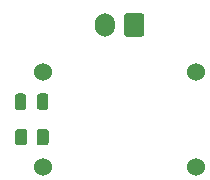
<source format=gbr>
%TF.GenerationSoftware,KiCad,Pcbnew,(5.1.9)-1*%
%TF.CreationDate,2022-04-21T22:08:42+02:00*%
%TF.ProjectId,Sensors,53656e73-6f72-4732-9e6b-696361645f70,Rev.01*%
%TF.SameCoordinates,Original*%
%TF.FileFunction,Soldermask,Top*%
%TF.FilePolarity,Negative*%
%FSLAX46Y46*%
G04 Gerber Fmt 4.6, Leading zero omitted, Abs format (unit mm)*
G04 Created by KiCad (PCBNEW (5.1.9)-1) date 2022-04-21 22:08:42*
%MOMM*%
%LPD*%
G01*
G04 APERTURE LIST*
%ADD10C,1.524000*%
%ADD11O,1.700000X2.000000*%
G04 APERTURE END LIST*
D10*
%TO.C,SW1*%
X86500000Y-46000000D03*
X73500000Y-46000000D03*
%TD*%
%TO.C,D1*%
G36*
G01*
X73987500Y-48043750D02*
X73987500Y-48956250D01*
G75*
G02*
X73743750Y-49200000I-243750J0D01*
G01*
X73256250Y-49200000D01*
G75*
G02*
X73012500Y-48956250I0J243750D01*
G01*
X73012500Y-48043750D01*
G75*
G02*
X73256250Y-47800000I243750J0D01*
G01*
X73743750Y-47800000D01*
G75*
G02*
X73987500Y-48043750I0J-243750D01*
G01*
G37*
G36*
G01*
X72112500Y-48043750D02*
X72112500Y-48956250D01*
G75*
G02*
X71868750Y-49200000I-243750J0D01*
G01*
X71381250Y-49200000D01*
G75*
G02*
X71137500Y-48956250I0J243750D01*
G01*
X71137500Y-48043750D01*
G75*
G02*
X71381250Y-47800000I243750J0D01*
G01*
X71868750Y-47800000D01*
G75*
G02*
X72112500Y-48043750I0J-243750D01*
G01*
G37*
%TD*%
%TO.C,J1*%
G36*
G01*
X82100000Y-41250000D02*
X82100000Y-42750000D01*
G75*
G02*
X81850000Y-43000000I-250000J0D01*
G01*
X80650000Y-43000000D01*
G75*
G02*
X80400000Y-42750000I0J250000D01*
G01*
X80400000Y-41250000D01*
G75*
G02*
X80650000Y-41000000I250000J0D01*
G01*
X81850000Y-41000000D01*
G75*
G02*
X82100000Y-41250000I0J-250000D01*
G01*
G37*
D11*
X78750000Y-42000000D03*
%TD*%
%TO.C,R1*%
G36*
G01*
X74012500Y-51049998D02*
X74012500Y-51950002D01*
G75*
G02*
X73762502Y-52200000I-249998J0D01*
G01*
X73237498Y-52200000D01*
G75*
G02*
X72987500Y-51950002I0J249998D01*
G01*
X72987500Y-51049998D01*
G75*
G02*
X73237498Y-50800000I249998J0D01*
G01*
X73762502Y-50800000D01*
G75*
G02*
X74012500Y-51049998I0J-249998D01*
G01*
G37*
G36*
G01*
X72187500Y-51049998D02*
X72187500Y-51950002D01*
G75*
G02*
X71937502Y-52200000I-249998J0D01*
G01*
X71412498Y-52200000D01*
G75*
G02*
X71162500Y-51950002I0J249998D01*
G01*
X71162500Y-51049998D01*
G75*
G02*
X71412498Y-50800000I249998J0D01*
G01*
X71937502Y-50800000D01*
G75*
G02*
X72187500Y-51049998I0J-249998D01*
G01*
G37*
%TD*%
D10*
%TO.C,SW2*%
X73500000Y-54000000D03*
X86500000Y-54000000D03*
%TD*%
M02*

</source>
